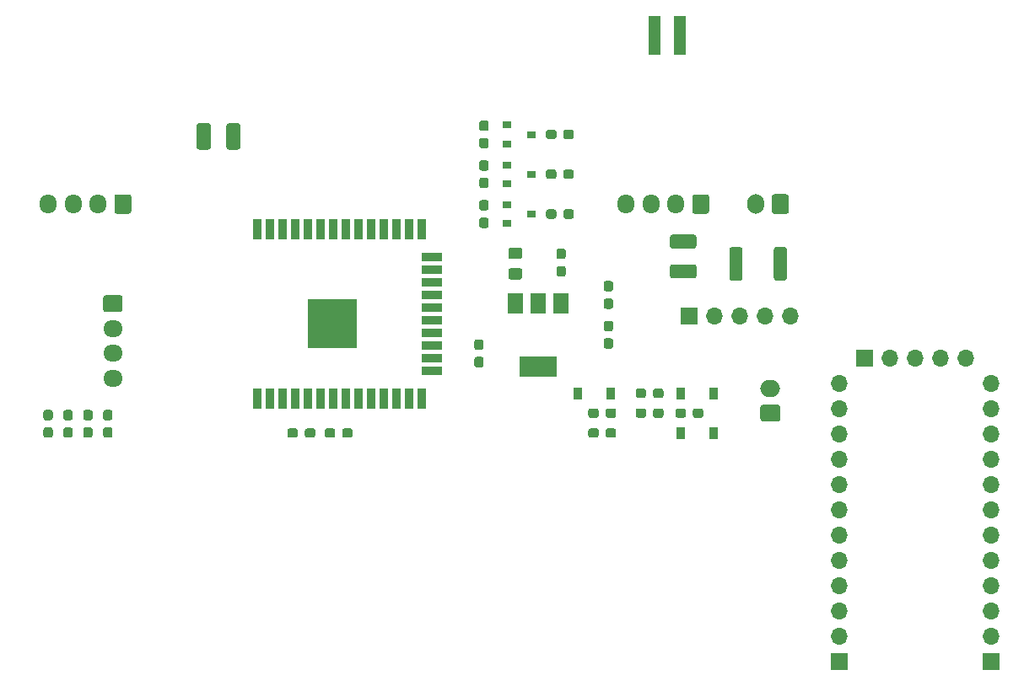
<source format=gts>
%TF.GenerationSoftware,KiCad,Pcbnew,(5.1.6)-1*%
%TF.CreationDate,2021-03-30T00:51:02+09:00*%
%TF.ProjectId,CubBELMonitor,43756242-454c-44d6-9f6e-69746f722e6b,rev?*%
%TF.SameCoordinates,Original*%
%TF.FileFunction,Soldermask,Top*%
%TF.FilePolarity,Negative*%
%FSLAX46Y46*%
G04 Gerber Fmt 4.6, Leading zero omitted, Abs format (unit mm)*
G04 Created by KiCad (PCBNEW (5.1.6)-1) date 2021-03-30 00:51:02*
%MOMM*%
%LPD*%
G01*
G04 APERTURE LIST*
%ADD10R,0.900000X2.000000*%
%ADD11R,2.000000X0.900000*%
%ADD12R,5.000000X5.000000*%
%ADD13O,1.950000X1.700000*%
%ADD14O,2.000000X1.700000*%
%ADD15R,1.200000X4.000000*%
%ADD16R,1.500000X2.000000*%
%ADD17R,3.800000X2.000000*%
%ADD18R,0.900000X0.800000*%
%ADD19R,1.700000X1.700000*%
%ADD20O,1.700000X1.700000*%
%ADD21O,1.700000X1.950000*%
%ADD22O,1.700000X2.000000*%
%ADD23R,0.900000X1.200000*%
G04 APERTURE END LIST*
%TO.C,R18*%
G36*
G01*
X106987500Y-76400000D02*
X106512500Y-76400000D01*
G75*
G02*
X106275000Y-76162500I0J237500D01*
G01*
X106275000Y-75587500D01*
G75*
G02*
X106512500Y-75350000I237500J0D01*
G01*
X106987500Y-75350000D01*
G75*
G02*
X107225000Y-75587500I0J-237500D01*
G01*
X107225000Y-76162500D01*
G75*
G02*
X106987500Y-76400000I-237500J0D01*
G01*
G37*
G36*
G01*
X106987500Y-74650000D02*
X106512500Y-74650000D01*
G75*
G02*
X106275000Y-74412500I0J237500D01*
G01*
X106275000Y-73837500D01*
G75*
G02*
X106512500Y-73600000I237500J0D01*
G01*
X106987500Y-73600000D01*
G75*
G02*
X107225000Y-73837500I0J-237500D01*
G01*
X107225000Y-74412500D01*
G75*
G02*
X106987500Y-74650000I-237500J0D01*
G01*
G37*
%TD*%
D10*
%TO.C,U1*%
X84500000Y-62500000D03*
X85770000Y-62500000D03*
X87040000Y-62500000D03*
X88310000Y-62500000D03*
X89580000Y-62500000D03*
X90850000Y-62500000D03*
X92120000Y-62500000D03*
X93390000Y-62500000D03*
X94660000Y-62500000D03*
X95930000Y-62500000D03*
X97200000Y-62500000D03*
X98470000Y-62500000D03*
X99740000Y-62500000D03*
X101010000Y-62500000D03*
D11*
X102010000Y-65285000D03*
X102010000Y-66555000D03*
X102010000Y-67825000D03*
X102010000Y-69095000D03*
X102010000Y-70365000D03*
X102010000Y-71635000D03*
X102010000Y-72905000D03*
X102010000Y-74175000D03*
X102010000Y-75445000D03*
X102010000Y-76715000D03*
D10*
X101010000Y-79500000D03*
X99740000Y-79500000D03*
X98470000Y-79500000D03*
X97200000Y-79500000D03*
X95930000Y-79500000D03*
X94660000Y-79500000D03*
X93390000Y-79500000D03*
X92120000Y-79500000D03*
X90850000Y-79500000D03*
X89580000Y-79500000D03*
X88310000Y-79500000D03*
X87040000Y-79500000D03*
X85770000Y-79500000D03*
X84500000Y-79500000D03*
D12*
X92000000Y-72000000D03*
%TD*%
%TO.C,C3*%
G36*
G01*
X124225000Y-79237500D02*
X124225000Y-78762500D01*
G75*
G02*
X124462500Y-78525000I237500J0D01*
G01*
X125037500Y-78525000D01*
G75*
G02*
X125275000Y-78762500I0J-237500D01*
G01*
X125275000Y-79237500D01*
G75*
G02*
X125037500Y-79475000I-237500J0D01*
G01*
X124462500Y-79475000D01*
G75*
G02*
X124225000Y-79237500I0J237500D01*
G01*
G37*
G36*
G01*
X122475000Y-79237500D02*
X122475000Y-78762500D01*
G75*
G02*
X122712500Y-78525000I237500J0D01*
G01*
X123287500Y-78525000D01*
G75*
G02*
X123525000Y-78762500I0J-237500D01*
G01*
X123525000Y-79237500D01*
G75*
G02*
X123287500Y-79475000I-237500J0D01*
G01*
X122712500Y-79475000D01*
G75*
G02*
X122475000Y-79237500I0J237500D01*
G01*
G37*
%TD*%
D13*
%TO.C,P2*%
X70000000Y-77500000D03*
X70000000Y-75000000D03*
X70000000Y-72500000D03*
G36*
G01*
X69275000Y-69150000D02*
X70725000Y-69150000D01*
G75*
G02*
X70975000Y-69400000I0J-250000D01*
G01*
X70975000Y-70600000D01*
G75*
G02*
X70725000Y-70850000I-250000J0D01*
G01*
X69275000Y-70850000D01*
G75*
G02*
X69025000Y-70600000I0J250000D01*
G01*
X69025000Y-69400000D01*
G75*
G02*
X69275000Y-69150000I250000J0D01*
G01*
G37*
%TD*%
D14*
%TO.C,P6*%
X136000000Y-78500000D03*
G36*
G01*
X136750000Y-81850000D02*
X135250000Y-81850000D01*
G75*
G02*
X135000000Y-81600000I0J250000D01*
G01*
X135000000Y-80400000D01*
G75*
G02*
X135250000Y-80150000I250000J0D01*
G01*
X136750000Y-80150000D01*
G75*
G02*
X137000000Y-80400000I0J-250000D01*
G01*
X137000000Y-81600000D01*
G75*
G02*
X136750000Y-81850000I-250000J0D01*
G01*
G37*
%TD*%
D15*
%TO.C,P20*%
X126915000Y-43088000D03*
X124375000Y-43088000D03*
%TD*%
D16*
%TO.C,U2*%
X115000000Y-70000000D03*
X110400000Y-70000000D03*
X112700000Y-70000000D03*
D17*
X112700000Y-76300000D03*
%TD*%
%TO.C,TH4*%
G36*
G01*
X81387500Y-54275000D02*
X81387500Y-52125000D01*
G75*
G02*
X81637500Y-51875000I250000J0D01*
G01*
X82562500Y-51875000D01*
G75*
G02*
X82812500Y-52125000I0J-250000D01*
G01*
X82812500Y-54275000D01*
G75*
G02*
X82562500Y-54525000I-250000J0D01*
G01*
X81637500Y-54525000D01*
G75*
G02*
X81387500Y-54275000I0J250000D01*
G01*
G37*
G36*
G01*
X78412500Y-54275000D02*
X78412500Y-52125000D01*
G75*
G02*
X78662500Y-51875000I250000J0D01*
G01*
X79587500Y-51875000D01*
G75*
G02*
X79837500Y-52125000I0J-250000D01*
G01*
X79837500Y-54275000D01*
G75*
G02*
X79587500Y-54525000I-250000J0D01*
G01*
X78662500Y-54525000D01*
G75*
G02*
X78412500Y-54275000I0J250000D01*
G01*
G37*
%TD*%
%TO.C,TH3*%
G36*
G01*
X136350000Y-67450000D02*
X136350000Y-64550000D01*
G75*
G02*
X136600000Y-64300000I250000J0D01*
G01*
X137400000Y-64300000D01*
G75*
G02*
X137650000Y-64550000I0J-250000D01*
G01*
X137650000Y-67450000D01*
G75*
G02*
X137400000Y-67700000I-250000J0D01*
G01*
X136600000Y-67700000D01*
G75*
G02*
X136350000Y-67450000I0J250000D01*
G01*
G37*
G36*
G01*
X131900000Y-67450000D02*
X131900000Y-64550000D01*
G75*
G02*
X132150000Y-64300000I250000J0D01*
G01*
X132950000Y-64300000D01*
G75*
G02*
X133200000Y-64550000I0J-250000D01*
G01*
X133200000Y-67450000D01*
G75*
G02*
X132950000Y-67700000I-250000J0D01*
G01*
X132150000Y-67700000D01*
G75*
G02*
X131900000Y-67450000I0J250000D01*
G01*
G37*
%TD*%
%TO.C,TH2*%
G36*
G01*
X126175000Y-66037500D02*
X128325000Y-66037500D01*
G75*
G02*
X128575000Y-66287500I0J-250000D01*
G01*
X128575000Y-67212500D01*
G75*
G02*
X128325000Y-67462500I-250000J0D01*
G01*
X126175000Y-67462500D01*
G75*
G02*
X125925000Y-67212500I0J250000D01*
G01*
X125925000Y-66287500D01*
G75*
G02*
X126175000Y-66037500I250000J0D01*
G01*
G37*
G36*
G01*
X126175000Y-63062500D02*
X128325000Y-63062500D01*
G75*
G02*
X128575000Y-63312500I0J-250000D01*
G01*
X128575000Y-64237500D01*
G75*
G02*
X128325000Y-64487500I-250000J0D01*
G01*
X126175000Y-64487500D01*
G75*
G02*
X125925000Y-64237500I0J250000D01*
G01*
X125925000Y-63312500D01*
G75*
G02*
X126175000Y-63062500I250000J0D01*
G01*
G37*
%TD*%
%TO.C,TH1*%
G36*
G01*
X93025000Y-83237500D02*
X93025000Y-82762500D01*
G75*
G02*
X93262500Y-82525000I237500J0D01*
G01*
X93837500Y-82525000D01*
G75*
G02*
X94075000Y-82762500I0J-237500D01*
G01*
X94075000Y-83237500D01*
G75*
G02*
X93837500Y-83475000I-237500J0D01*
G01*
X93262500Y-83475000D01*
G75*
G02*
X93025000Y-83237500I0J237500D01*
G01*
G37*
G36*
G01*
X91275000Y-83237500D02*
X91275000Y-82762500D01*
G75*
G02*
X91512500Y-82525000I237500J0D01*
G01*
X92087500Y-82525000D01*
G75*
G02*
X92325000Y-82762500I0J-237500D01*
G01*
X92325000Y-83237500D01*
G75*
G02*
X92087500Y-83475000I-237500J0D01*
G01*
X91512500Y-83475000D01*
G75*
G02*
X91275000Y-83237500I0J237500D01*
G01*
G37*
%TD*%
%TO.C,R17*%
G36*
G01*
X114525000Y-60762500D02*
X114525000Y-61237500D01*
G75*
G02*
X114287500Y-61475000I-237500J0D01*
G01*
X113712500Y-61475000D01*
G75*
G02*
X113475000Y-61237500I0J237500D01*
G01*
X113475000Y-60762500D01*
G75*
G02*
X113712500Y-60525000I237500J0D01*
G01*
X114287500Y-60525000D01*
G75*
G02*
X114525000Y-60762500I0J-237500D01*
G01*
G37*
G36*
G01*
X116275000Y-60762500D02*
X116275000Y-61237500D01*
G75*
G02*
X116037500Y-61475000I-237500J0D01*
G01*
X115462500Y-61475000D01*
G75*
G02*
X115225000Y-61237500I0J237500D01*
G01*
X115225000Y-60762500D01*
G75*
G02*
X115462500Y-60525000I237500J0D01*
G01*
X116037500Y-60525000D01*
G75*
G02*
X116275000Y-60762500I0J-237500D01*
G01*
G37*
%TD*%
%TO.C,R16*%
G36*
G01*
X114525000Y-56762500D02*
X114525000Y-57237500D01*
G75*
G02*
X114287500Y-57475000I-237500J0D01*
G01*
X113712500Y-57475000D01*
G75*
G02*
X113475000Y-57237500I0J237500D01*
G01*
X113475000Y-56762500D01*
G75*
G02*
X113712500Y-56525000I237500J0D01*
G01*
X114287500Y-56525000D01*
G75*
G02*
X114525000Y-56762500I0J-237500D01*
G01*
G37*
G36*
G01*
X116275000Y-56762500D02*
X116275000Y-57237500D01*
G75*
G02*
X116037500Y-57475000I-237500J0D01*
G01*
X115462500Y-57475000D01*
G75*
G02*
X115225000Y-57237500I0J237500D01*
G01*
X115225000Y-56762500D01*
G75*
G02*
X115462500Y-56525000I237500J0D01*
G01*
X116037500Y-56525000D01*
G75*
G02*
X116275000Y-56762500I0J-237500D01*
G01*
G37*
%TD*%
%TO.C,R15*%
G36*
G01*
X114525000Y-52762500D02*
X114525000Y-53237500D01*
G75*
G02*
X114287500Y-53475000I-237500J0D01*
G01*
X113712500Y-53475000D01*
G75*
G02*
X113475000Y-53237500I0J237500D01*
G01*
X113475000Y-52762500D01*
G75*
G02*
X113712500Y-52525000I237500J0D01*
G01*
X114287500Y-52525000D01*
G75*
G02*
X114525000Y-52762500I0J-237500D01*
G01*
G37*
G36*
G01*
X116275000Y-52762500D02*
X116275000Y-53237500D01*
G75*
G02*
X116037500Y-53475000I-237500J0D01*
G01*
X115462500Y-53475000D01*
G75*
G02*
X115225000Y-53237500I0J237500D01*
G01*
X115225000Y-52762500D01*
G75*
G02*
X115462500Y-52525000I237500J0D01*
G01*
X116037500Y-52525000D01*
G75*
G02*
X116275000Y-52762500I0J-237500D01*
G01*
G37*
%TD*%
%TO.C,R14*%
G36*
G01*
X107012500Y-61350000D02*
X107487500Y-61350000D01*
G75*
G02*
X107725000Y-61587500I0J-237500D01*
G01*
X107725000Y-62162500D01*
G75*
G02*
X107487500Y-62400000I-237500J0D01*
G01*
X107012500Y-62400000D01*
G75*
G02*
X106775000Y-62162500I0J237500D01*
G01*
X106775000Y-61587500D01*
G75*
G02*
X107012500Y-61350000I237500J0D01*
G01*
G37*
G36*
G01*
X107012500Y-59600000D02*
X107487500Y-59600000D01*
G75*
G02*
X107725000Y-59837500I0J-237500D01*
G01*
X107725000Y-60412500D01*
G75*
G02*
X107487500Y-60650000I-237500J0D01*
G01*
X107012500Y-60650000D01*
G75*
G02*
X106775000Y-60412500I0J237500D01*
G01*
X106775000Y-59837500D01*
G75*
G02*
X107012500Y-59600000I237500J0D01*
G01*
G37*
%TD*%
%TO.C,R13*%
G36*
G01*
X107012500Y-57350000D02*
X107487500Y-57350000D01*
G75*
G02*
X107725000Y-57587500I0J-237500D01*
G01*
X107725000Y-58162500D01*
G75*
G02*
X107487500Y-58400000I-237500J0D01*
G01*
X107012500Y-58400000D01*
G75*
G02*
X106775000Y-58162500I0J237500D01*
G01*
X106775000Y-57587500D01*
G75*
G02*
X107012500Y-57350000I237500J0D01*
G01*
G37*
G36*
G01*
X107012500Y-55600000D02*
X107487500Y-55600000D01*
G75*
G02*
X107725000Y-55837500I0J-237500D01*
G01*
X107725000Y-56412500D01*
G75*
G02*
X107487500Y-56650000I-237500J0D01*
G01*
X107012500Y-56650000D01*
G75*
G02*
X106775000Y-56412500I0J237500D01*
G01*
X106775000Y-55837500D01*
G75*
G02*
X107012500Y-55600000I237500J0D01*
G01*
G37*
%TD*%
%TO.C,R12*%
G36*
G01*
X107012500Y-53350000D02*
X107487500Y-53350000D01*
G75*
G02*
X107725000Y-53587500I0J-237500D01*
G01*
X107725000Y-54162500D01*
G75*
G02*
X107487500Y-54400000I-237500J0D01*
G01*
X107012500Y-54400000D01*
G75*
G02*
X106775000Y-54162500I0J237500D01*
G01*
X106775000Y-53587500D01*
G75*
G02*
X107012500Y-53350000I237500J0D01*
G01*
G37*
G36*
G01*
X107012500Y-51600000D02*
X107487500Y-51600000D01*
G75*
G02*
X107725000Y-51837500I0J-237500D01*
G01*
X107725000Y-52412500D01*
G75*
G02*
X107487500Y-52650000I-237500J0D01*
G01*
X107012500Y-52650000D01*
G75*
G02*
X106775000Y-52412500I0J237500D01*
G01*
X106775000Y-51837500D01*
G75*
G02*
X107012500Y-51600000I237500J0D01*
G01*
G37*
%TD*%
%TO.C,R11*%
G36*
G01*
X69737500Y-81725000D02*
X69262500Y-81725000D01*
G75*
G02*
X69025000Y-81487500I0J237500D01*
G01*
X69025000Y-80912500D01*
G75*
G02*
X69262500Y-80675000I237500J0D01*
G01*
X69737500Y-80675000D01*
G75*
G02*
X69975000Y-80912500I0J-237500D01*
G01*
X69975000Y-81487500D01*
G75*
G02*
X69737500Y-81725000I-237500J0D01*
G01*
G37*
G36*
G01*
X69737500Y-83475000D02*
X69262500Y-83475000D01*
G75*
G02*
X69025000Y-83237500I0J237500D01*
G01*
X69025000Y-82662500D01*
G75*
G02*
X69262500Y-82425000I237500J0D01*
G01*
X69737500Y-82425000D01*
G75*
G02*
X69975000Y-82662500I0J-237500D01*
G01*
X69975000Y-83237500D01*
G75*
G02*
X69737500Y-83475000I-237500J0D01*
G01*
G37*
%TD*%
%TO.C,R10*%
G36*
G01*
X67737500Y-81725000D02*
X67262500Y-81725000D01*
G75*
G02*
X67025000Y-81487500I0J237500D01*
G01*
X67025000Y-80912500D01*
G75*
G02*
X67262500Y-80675000I237500J0D01*
G01*
X67737500Y-80675000D01*
G75*
G02*
X67975000Y-80912500I0J-237500D01*
G01*
X67975000Y-81487500D01*
G75*
G02*
X67737500Y-81725000I-237500J0D01*
G01*
G37*
G36*
G01*
X67737500Y-83475000D02*
X67262500Y-83475000D01*
G75*
G02*
X67025000Y-83237500I0J237500D01*
G01*
X67025000Y-82662500D01*
G75*
G02*
X67262500Y-82425000I237500J0D01*
G01*
X67737500Y-82425000D01*
G75*
G02*
X67975000Y-82662500I0J-237500D01*
G01*
X67975000Y-83237500D01*
G75*
G02*
X67737500Y-83475000I-237500J0D01*
G01*
G37*
%TD*%
%TO.C,R9*%
G36*
G01*
X65737500Y-81725000D02*
X65262500Y-81725000D01*
G75*
G02*
X65025000Y-81487500I0J237500D01*
G01*
X65025000Y-80912500D01*
G75*
G02*
X65262500Y-80675000I237500J0D01*
G01*
X65737500Y-80675000D01*
G75*
G02*
X65975000Y-80912500I0J-237500D01*
G01*
X65975000Y-81487500D01*
G75*
G02*
X65737500Y-81725000I-237500J0D01*
G01*
G37*
G36*
G01*
X65737500Y-83475000D02*
X65262500Y-83475000D01*
G75*
G02*
X65025000Y-83237500I0J237500D01*
G01*
X65025000Y-82662500D01*
G75*
G02*
X65262500Y-82425000I237500J0D01*
G01*
X65737500Y-82425000D01*
G75*
G02*
X65975000Y-82662500I0J-237500D01*
G01*
X65975000Y-83237500D01*
G75*
G02*
X65737500Y-83475000I-237500J0D01*
G01*
G37*
%TD*%
%TO.C,R8*%
G36*
G01*
X63737500Y-81725000D02*
X63262500Y-81725000D01*
G75*
G02*
X63025000Y-81487500I0J237500D01*
G01*
X63025000Y-80912500D01*
G75*
G02*
X63262500Y-80675000I237500J0D01*
G01*
X63737500Y-80675000D01*
G75*
G02*
X63975000Y-80912500I0J-237500D01*
G01*
X63975000Y-81487500D01*
G75*
G02*
X63737500Y-81725000I-237500J0D01*
G01*
G37*
G36*
G01*
X63737500Y-83475000D02*
X63262500Y-83475000D01*
G75*
G02*
X63025000Y-83237500I0J237500D01*
G01*
X63025000Y-82662500D01*
G75*
G02*
X63262500Y-82425000I237500J0D01*
G01*
X63737500Y-82425000D01*
G75*
G02*
X63975000Y-82662500I0J-237500D01*
G01*
X63975000Y-83237500D01*
G75*
G02*
X63737500Y-83475000I-237500J0D01*
G01*
G37*
%TD*%
%TO.C,R7*%
G36*
G01*
X89275000Y-83237500D02*
X89275000Y-82762500D01*
G75*
G02*
X89512500Y-82525000I237500J0D01*
G01*
X90087500Y-82525000D01*
G75*
G02*
X90325000Y-82762500I0J-237500D01*
G01*
X90325000Y-83237500D01*
G75*
G02*
X90087500Y-83475000I-237500J0D01*
G01*
X89512500Y-83475000D01*
G75*
G02*
X89275000Y-83237500I0J237500D01*
G01*
G37*
G36*
G01*
X87525000Y-83237500D02*
X87525000Y-82762500D01*
G75*
G02*
X87762500Y-82525000I237500J0D01*
G01*
X88337500Y-82525000D01*
G75*
G02*
X88575000Y-82762500I0J-237500D01*
G01*
X88575000Y-83237500D01*
G75*
G02*
X88337500Y-83475000I-237500J0D01*
G01*
X87762500Y-83475000D01*
G75*
G02*
X87525000Y-83237500I0J237500D01*
G01*
G37*
%TD*%
%TO.C,R6*%
G36*
G01*
X119512500Y-71725000D02*
X119987500Y-71725000D01*
G75*
G02*
X120225000Y-71962500I0J-237500D01*
G01*
X120225000Y-72537500D01*
G75*
G02*
X119987500Y-72775000I-237500J0D01*
G01*
X119512500Y-72775000D01*
G75*
G02*
X119275000Y-72537500I0J237500D01*
G01*
X119275000Y-71962500D01*
G75*
G02*
X119512500Y-71725000I237500J0D01*
G01*
G37*
G36*
G01*
X119512500Y-73475000D02*
X119987500Y-73475000D01*
G75*
G02*
X120225000Y-73712500I0J-237500D01*
G01*
X120225000Y-74287500D01*
G75*
G02*
X119987500Y-74525000I-237500J0D01*
G01*
X119512500Y-74525000D01*
G75*
G02*
X119275000Y-74287500I0J237500D01*
G01*
X119275000Y-73712500D01*
G75*
G02*
X119512500Y-73475000I237500J0D01*
G01*
G37*
%TD*%
%TO.C,R5*%
G36*
G01*
X119512500Y-69475000D02*
X119987500Y-69475000D01*
G75*
G02*
X120225000Y-69712500I0J-237500D01*
G01*
X120225000Y-70287500D01*
G75*
G02*
X119987500Y-70525000I-237500J0D01*
G01*
X119512500Y-70525000D01*
G75*
G02*
X119275000Y-70287500I0J237500D01*
G01*
X119275000Y-69712500D01*
G75*
G02*
X119512500Y-69475000I237500J0D01*
G01*
G37*
G36*
G01*
X119512500Y-67725000D02*
X119987500Y-67725000D01*
G75*
G02*
X120225000Y-67962500I0J-237500D01*
G01*
X120225000Y-68537500D01*
G75*
G02*
X119987500Y-68775000I-237500J0D01*
G01*
X119512500Y-68775000D01*
G75*
G02*
X119275000Y-68537500I0J237500D01*
G01*
X119275000Y-67962500D01*
G75*
G02*
X119512500Y-67725000I237500J0D01*
G01*
G37*
%TD*%
%TO.C,R4*%
G36*
G01*
X118775000Y-80762500D02*
X118775000Y-81237500D01*
G75*
G02*
X118537500Y-81475000I-237500J0D01*
G01*
X117962500Y-81475000D01*
G75*
G02*
X117725000Y-81237500I0J237500D01*
G01*
X117725000Y-80762500D01*
G75*
G02*
X117962500Y-80525000I237500J0D01*
G01*
X118537500Y-80525000D01*
G75*
G02*
X118775000Y-80762500I0J-237500D01*
G01*
G37*
G36*
G01*
X120525000Y-80762500D02*
X120525000Y-81237500D01*
G75*
G02*
X120287500Y-81475000I-237500J0D01*
G01*
X119712500Y-81475000D01*
G75*
G02*
X119475000Y-81237500I0J237500D01*
G01*
X119475000Y-80762500D01*
G75*
G02*
X119712500Y-80525000I237500J0D01*
G01*
X120287500Y-80525000D01*
G75*
G02*
X120525000Y-80762500I0J-237500D01*
G01*
G37*
%TD*%
%TO.C,R3*%
G36*
G01*
X118775000Y-82762500D02*
X118775000Y-83237500D01*
G75*
G02*
X118537500Y-83475000I-237500J0D01*
G01*
X117962500Y-83475000D01*
G75*
G02*
X117725000Y-83237500I0J237500D01*
G01*
X117725000Y-82762500D01*
G75*
G02*
X117962500Y-82525000I237500J0D01*
G01*
X118537500Y-82525000D01*
G75*
G02*
X118775000Y-82762500I0J-237500D01*
G01*
G37*
G36*
G01*
X120525000Y-82762500D02*
X120525000Y-83237500D01*
G75*
G02*
X120287500Y-83475000I-237500J0D01*
G01*
X119712500Y-83475000D01*
G75*
G02*
X119475000Y-83237500I0J237500D01*
G01*
X119475000Y-82762500D01*
G75*
G02*
X119712500Y-82525000I237500J0D01*
G01*
X120287500Y-82525000D01*
G75*
G02*
X120525000Y-82762500I0J-237500D01*
G01*
G37*
%TD*%
%TO.C,R2*%
G36*
G01*
X123525000Y-80762500D02*
X123525000Y-81237500D01*
G75*
G02*
X123287500Y-81475000I-237500J0D01*
G01*
X122712500Y-81475000D01*
G75*
G02*
X122475000Y-81237500I0J237500D01*
G01*
X122475000Y-80762500D01*
G75*
G02*
X122712500Y-80525000I237500J0D01*
G01*
X123287500Y-80525000D01*
G75*
G02*
X123525000Y-80762500I0J-237500D01*
G01*
G37*
G36*
G01*
X125275000Y-80762500D02*
X125275000Y-81237500D01*
G75*
G02*
X125037500Y-81475000I-237500J0D01*
G01*
X124462500Y-81475000D01*
G75*
G02*
X124225000Y-81237500I0J237500D01*
G01*
X124225000Y-80762500D01*
G75*
G02*
X124462500Y-80525000I237500J0D01*
G01*
X125037500Y-80525000D01*
G75*
G02*
X125275000Y-80762500I0J-237500D01*
G01*
G37*
%TD*%
%TO.C,R1*%
G36*
G01*
X127525000Y-80762500D02*
X127525000Y-81237500D01*
G75*
G02*
X127287500Y-81475000I-237500J0D01*
G01*
X126712500Y-81475000D01*
G75*
G02*
X126475000Y-81237500I0J237500D01*
G01*
X126475000Y-80762500D01*
G75*
G02*
X126712500Y-80525000I237500J0D01*
G01*
X127287500Y-80525000D01*
G75*
G02*
X127525000Y-80762500I0J-237500D01*
G01*
G37*
G36*
G01*
X129275000Y-80762500D02*
X129275000Y-81237500D01*
G75*
G02*
X129037500Y-81475000I-237500J0D01*
G01*
X128462500Y-81475000D01*
G75*
G02*
X128225000Y-81237500I0J237500D01*
G01*
X128225000Y-80762500D01*
G75*
G02*
X128462500Y-80525000I237500J0D01*
G01*
X129037500Y-80525000D01*
G75*
G02*
X129275000Y-80762500I0J-237500D01*
G01*
G37*
%TD*%
D18*
%TO.C,Q3*%
X112000000Y-61000000D03*
X109600000Y-61950000D03*
X109600000Y-60050000D03*
%TD*%
%TO.C,Q2*%
X112000000Y-57000000D03*
X109600000Y-57950000D03*
X109600000Y-56050000D03*
%TD*%
%TO.C,Q1*%
X112000000Y-53000000D03*
X109600000Y-53950000D03*
X109600000Y-52050000D03*
%TD*%
D19*
%TO.C,P30*%
X145500000Y-75440000D03*
D20*
X148040000Y-75440000D03*
X150580000Y-75440000D03*
X153120000Y-75440000D03*
X155660000Y-75440000D03*
%TD*%
%TO.C,P5*%
X138000000Y-71250000D03*
X135460000Y-71250000D03*
X132920000Y-71250000D03*
X130380000Y-71250000D03*
D19*
X127840000Y-71250000D03*
%TD*%
D21*
%TO.C,P4*%
X121500000Y-60000000D03*
X124000000Y-60000000D03*
X126500000Y-60000000D03*
G36*
G01*
X129850000Y-59275000D02*
X129850000Y-60725000D01*
G75*
G02*
X129600000Y-60975000I-250000J0D01*
G01*
X128400000Y-60975000D01*
G75*
G02*
X128150000Y-60725000I0J250000D01*
G01*
X128150000Y-59275000D01*
G75*
G02*
X128400000Y-59025000I250000J0D01*
G01*
X129600000Y-59025000D01*
G75*
G02*
X129850000Y-59275000I0J-250000D01*
G01*
G37*
%TD*%
%TO.C,P3*%
G36*
G01*
X71850000Y-59275000D02*
X71850000Y-60725000D01*
G75*
G02*
X71600000Y-60975000I-250000J0D01*
G01*
X70400000Y-60975000D01*
G75*
G02*
X70150000Y-60725000I0J250000D01*
G01*
X70150000Y-59275000D01*
G75*
G02*
X70400000Y-59025000I250000J0D01*
G01*
X71600000Y-59025000D01*
G75*
G02*
X71850000Y-59275000I0J-250000D01*
G01*
G37*
X68500000Y-60000000D03*
X66000000Y-60000000D03*
X63500000Y-60000000D03*
%TD*%
D22*
%TO.C,P1*%
X134500000Y-60000000D03*
G36*
G01*
X137850000Y-59250000D02*
X137850000Y-60750000D01*
G75*
G02*
X137600000Y-61000000I-250000J0D01*
G01*
X136400000Y-61000000D01*
G75*
G02*
X136150000Y-60750000I0J250000D01*
G01*
X136150000Y-59250000D01*
G75*
G02*
X136400000Y-59000000I250000J0D01*
G01*
X137600000Y-59000000D01*
G75*
G02*
X137850000Y-59250000I0J-250000D01*
G01*
G37*
%TD*%
D19*
%TO.C,J2*%
X158200000Y-105920000D03*
D20*
X158200000Y-103380000D03*
X158200000Y-100840000D03*
X158200000Y-98300000D03*
X158200000Y-95760000D03*
X158200000Y-93220000D03*
X158200000Y-90680000D03*
X158200000Y-88140000D03*
X158200000Y-85600000D03*
X158200000Y-83060000D03*
X158200000Y-80520000D03*
X158200000Y-77980000D03*
%TD*%
D19*
%TO.C,J1*%
X142960000Y-105920000D03*
D20*
X142960000Y-103380000D03*
X142960000Y-100840000D03*
X142960000Y-98300000D03*
X142960000Y-95760000D03*
X142960000Y-93220000D03*
X142960000Y-90680000D03*
X142960000Y-88140000D03*
X142960000Y-85600000D03*
X142960000Y-83060000D03*
X142960000Y-80520000D03*
X142960000Y-77980000D03*
%TD*%
D23*
%TO.C,D3*%
X120000000Y-79000000D03*
X116700000Y-79000000D03*
%TD*%
%TO.C,D2*%
X130300000Y-83000000D03*
X127000000Y-83000000D03*
%TD*%
%TO.C,D1*%
X127000000Y-79000000D03*
X130300000Y-79000000D03*
%TD*%
%TO.C,C2*%
G36*
G01*
X110850001Y-65525000D02*
X109949999Y-65525000D01*
G75*
G02*
X109700000Y-65275001I0J249999D01*
G01*
X109700000Y-64624999D01*
G75*
G02*
X109949999Y-64375000I249999J0D01*
G01*
X110850001Y-64375000D01*
G75*
G02*
X111100000Y-64624999I0J-249999D01*
G01*
X111100000Y-65275001D01*
G75*
G02*
X110850001Y-65525000I-249999J0D01*
G01*
G37*
G36*
G01*
X110850001Y-67575000D02*
X109949999Y-67575000D01*
G75*
G02*
X109700000Y-67325001I0J249999D01*
G01*
X109700000Y-66674999D01*
G75*
G02*
X109949999Y-66425000I249999J0D01*
G01*
X110850001Y-66425000D01*
G75*
G02*
X111100000Y-66674999I0J-249999D01*
G01*
X111100000Y-67325001D01*
G75*
G02*
X110850001Y-67575000I-249999J0D01*
G01*
G37*
%TD*%
%TO.C,C1*%
G36*
G01*
X115237500Y-65525000D02*
X114762500Y-65525000D01*
G75*
G02*
X114525000Y-65287500I0J237500D01*
G01*
X114525000Y-64712500D01*
G75*
G02*
X114762500Y-64475000I237500J0D01*
G01*
X115237500Y-64475000D01*
G75*
G02*
X115475000Y-64712500I0J-237500D01*
G01*
X115475000Y-65287500D01*
G75*
G02*
X115237500Y-65525000I-237500J0D01*
G01*
G37*
G36*
G01*
X115237500Y-67275000D02*
X114762500Y-67275000D01*
G75*
G02*
X114525000Y-67037500I0J237500D01*
G01*
X114525000Y-66462500D01*
G75*
G02*
X114762500Y-66225000I237500J0D01*
G01*
X115237500Y-66225000D01*
G75*
G02*
X115475000Y-66462500I0J-237500D01*
G01*
X115475000Y-67037500D01*
G75*
G02*
X115237500Y-67275000I-237500J0D01*
G01*
G37*
%TD*%
M02*

</source>
